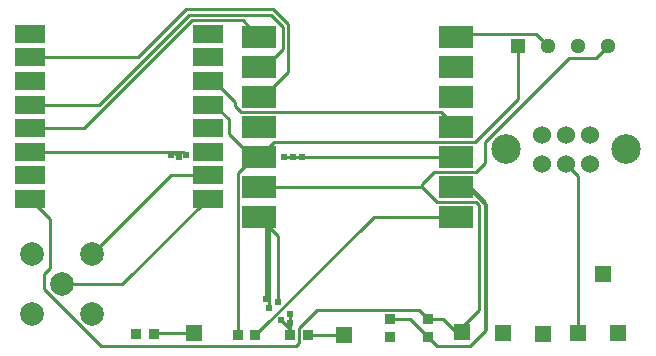
<source format=gtl>
G04 Layer: TopLayer*
G04 EasyEDA Pro v2.2.37.7, 2025-04-12 19:39:53*
G04 Gerber Generator version 0.3*
G04 Scale: 100 percent, Rotated: No, Reflected: No*
G04 Dimensions in millimeters*
G04 Leading zeros omitted, absolute positions, 4 integers and 5 decimals*
%FSLAX45Y45*%
%MOMM*%
%ADD10R,1.4X1.4*%
%ADD11R,0.80648X0.86401*%
%ADD12R,0.86401X0.80648*%
%ADD13C,1.2954*%
%ADD14R,1.2954X1.2954*%
%ADD15R,2.49999X1.5*%
%ADD16C,2.0*%
%ADD17R,2.99999X1.9*%
%ADD18C,1.524*%
%ADD19C,2.49999*%
%ADD20C,0.61*%
%ADD21C,0.254*%
G75*


G04 Pad Start*
G54D10*
G01X-6933844Y2051501D03*
G01X-6302845Y2051742D03*
G01X-5959945Y2055502D03*
G01X-6598945Y2043741D03*
G01X-9552643Y2051501D03*
G01X-6083300Y2552700D03*
G54D11*
G01X-9030564Y2032000D03*
G01X-9181236Y2032000D03*
G01X-8586064Y2032000D03*
G01X-8736736Y2032000D03*
G01X-9887735Y2047722D03*
G01X-10038408Y2047722D03*
G54D12*
G01X-7886700Y2170836D03*
G01X-7886700Y2020164D03*
G01X-7569200Y2170836D03*
G01X-7569200Y2020164D03*
G54D13*
G01X-6045200Y4483100D03*
G01X-6299200Y4483100D03*
G01X-6553200Y4483100D03*
G54D14*
G01X-6807200Y4483100D03*
G54D15*
G01X-10935398Y4586199D03*
G01X-10935398Y4386199D03*
G01X-10935398Y4186199D03*
G01X-10935398Y3986200D03*
G01X-10935398Y3786200D03*
G01X-10935398Y3586201D03*
G01X-10935398Y3386201D03*
G01X-10935398Y3186201D03*
G01X-9435401Y3186201D03*
G01X-9435401Y3386201D03*
G01X-9435401Y3586201D03*
G01X-9435401Y3786200D03*
G01X-9435401Y3986200D03*
G01X-9435401Y4186199D03*
G01X-9435401Y4386199D03*
G01X-9435401Y4586199D03*
G54D16*
G01X-10668000Y2463800D03*
G01X-10922000Y2717800D03*
G01X-10922000Y2209800D03*
G01X-10414000Y2209800D03*
G01X-10414000Y2717800D03*
G54D17*
G01X-7336102Y3035303D03*
G01X-7336102Y3289300D03*
G01X-7336102Y3543300D03*
G01X-7336102Y3797300D03*
G01X-7336102Y4051300D03*
G01X-7336102Y4305300D03*
G01X-7336102Y4559297D03*
G01X-8996096Y4559297D03*
G01X-8996096Y4305300D03*
G01X-8996096Y4051300D03*
G01X-8996096Y3797300D03*
G01X-8996096Y3543300D03*
G01X-8996096Y3289300D03*
G01X-8996096Y3035303D03*
G54D18*
G01X-6600795Y3731804D03*
G01X-6400795Y3731804D03*
G01X-6200795Y3731804D03*
G01X-6600795Y3481817D03*
G01X-6400795Y3481817D03*
G01X-6200795Y3481817D03*
G54D19*
G01X-6910802Y3606810D03*
G01X-5890788Y3606810D03*
G54D10*
G01X-8282643Y2035042D03*
G01X-7283343Y2060442D03*
G04 Pad End*

G04 Via Start*
G54D20*
G01X-8736736Y2209800D03*
G01X-8838336Y2311400D03*
G01X-9614598Y3560801D03*
G01X-8784298Y3543300D03*
G01X-8812936Y2159000D03*
G01X-8914536Y2260600D03*
G01X-9673298Y3543300D03*
G01X-8708098Y3543300D03*
G01X-8736736Y2133600D03*
G01X-8939936Y2336800D03*
G01X-9741598Y3560801D03*
G01X-8631898Y3543300D03*
G04 Via End*

G04 Track Start*
G54D21*
G01X-9883955Y2051501D02*
G01X-9887735Y2047722D01*
G01X-8586064Y2032000D02*
G01X-8285685Y2032000D01*
G01X-8282643Y2035042D01*
G01X-9435401Y3186201D02*
G01X-10157803Y2463800D01*
G01X-10668000Y2463800D01*
G01X-9435401Y3386201D02*
G01X-9745599Y3386201D01*
G01X-8838336Y2311400D02*
G01X-8838336Y2877543D01*
G01X-9181236Y3403600D02*
G01X-9054236Y3530600D01*
G01X-9008796Y3530600D02*
G01X-8996096Y3543300D01*
G01X-9054236Y3530600D02*
G01X-9257436Y3733800D01*
G01X-9257436Y3860800D01*
G01X-9382836Y3986200D02*
G01X-9435401Y3986200D01*
G01X-8996096Y3543300D02*
G01X-8869096Y3670300D01*
G01X-7167296Y3670300D01*
G01X-6807200Y4030396D02*
G01X-6807200Y4483100D01*
G01X-6302845Y3383867D02*
G01X-6400795Y3481817D01*
G01X-9435401Y4186199D02*
G01X-9384601Y4186199D01*
G01X-9206801Y4008399D01*
G01X-9206801Y3975100D02*
G01X-9156001Y3924300D01*
G01X-7463102Y3924300D02*
G01X-7336102Y3797300D01*
G01X-6553200Y4483100D02*
G01X-6654800Y4584700D01*
G01X-7310699Y4584700D02*
G01X-7336102Y4559297D01*
G01X-7569200Y2170836D02*
G01X-7442200Y2170836D01*
G01X-7292138Y2069236D02*
G01X-7283343Y2060442D01*
G01X-7315200Y2069236D02*
G01X-7137400Y2247036D01*
G01X-7137400Y3136036D02*
G01X-7162800Y3161436D01*
G01X-7493000Y3161436D01*
G01X-7620000Y3288436D01*
G01X-8995232Y3288436D02*
G01X-8996096Y3289300D01*
G01X-7620000Y3313836D02*
G01X-7518400Y3415436D01*
G01X-7162800Y3415436D01*
G01X-7086600Y3491636D01*
G01X-7086600Y3669436D01*
G01X-6375400Y4380636D01*
G01X-7569200Y2170836D02*
G01X-7645400Y2247036D01*
G01X-8509000Y2247036D01*
G01X-8661400Y2094636D01*
G01X-8686800Y1942236D02*
G01X-10337800Y1942236D01*
G01X-10820400Y2424836D01*
G01X-10820400Y2551836D02*
G01X-10769600Y2602636D01*
G01X-10769600Y3020403D01*
G01X-8027261Y3035303D02*
G01X-7336102Y3035303D01*
G01X-10935398Y4386199D02*
G01X-10020998Y4386199D01*
G01X-9614598Y4792599D01*
G01X-8877998Y4792599D01*
G01X-8750998Y4665599D01*
G01X-8750998Y4259199D01*
G01X-8954198Y4055999D01*
G01X-8991397Y4055999D01*
G01X-10935398Y3786200D02*
G01X-10478198Y3786200D01*
G01X-9563798Y4700600D01*
G01X-9137399Y4700600D02*
G01X-8996096Y4559297D01*
G01X-9639998Y3586201D02*
G01X-9614598Y3560801D01*
G01X-10935398Y3986200D02*
G01X-10351198Y3986200D01*
G01X-9589198Y4748200D01*
G01X-8894496Y4748200D02*
G01X-8792896Y4646600D01*
G01X-8792896Y4457700D01*
G01X-8945296Y4305300D01*
G01X-8996096Y4305300D01*
G01X-7886700Y2170836D02*
G01X-7719873Y2170836D01*
G01X-7569200Y2020164D01*
G01X-7082102Y2075462D02*
G01X-7082102Y3142262D01*
G01X-8736736Y2082800D02*
G01X-8812936Y2159000D01*
G01X-8914536Y2260600D02*
G01X-8914536Y2953743D01*
G01X-9716198Y3586201D02*
G01X-9673298Y3543300D01*
G01X-7493000Y1943964D02*
G01X-7213600Y1943964D01*
G01X-7086600Y3163164D02*
G01X-7212736Y3289300D01*
G01X-8838336Y2877543D02*
G01X-8914536Y2953743D01*
G01X-9716198Y3586201D02*
G01X-9639998Y3586201D01*
G01X-8784298Y3543300D02*
G01X-8708098Y3543300D01*
G01X-7086600Y2070964D02*
G01X-7082102Y2075462D01*
G01X-7082102Y3142262D02*
G01X-7086600Y3146760D01*
G01X-7229140Y3289300D01*
G01X-9552643Y2051501D02*
G01X-9883955Y2051501D01*
G01X-9745599Y3386201D02*
G01X-10414000Y2717800D01*
G01X-8939936Y2336800D02*
G01X-8939936Y2979143D01*
G01X-9181236Y2032000D02*
G01X-9181236Y3403600D01*
G01X-9054236Y3530600D02*
G01X-9008796Y3530600D01*
G01X-9257436Y3860800D02*
G01X-9382836Y3986200D01*
G01X-7167296Y3670300D02*
G01X-6807200Y4030396D01*
G01X-6302845Y2051742D02*
G01X-6302845Y3383867D01*
G01X-9206801Y4008399D02*
G01X-9206801Y3975100D01*
G01X-9156001Y3924300D02*
G01X-7463102Y3924300D01*
G01X-6654800Y4584700D02*
G01X-7310699Y4584700D01*
G01X-7442200Y2170836D02*
G01X-7340600Y2069236D01*
G01X-7137400Y2247036D02*
G01X-7137400Y3136036D01*
G01X-7620000Y3288436D02*
G01X-8995232Y3288436D01*
G01X-7620000Y3288436D02*
G01X-7620000Y3313836D01*
G01X-6375400Y4380636D02*
G01X-6147664Y4380636D01*
G01X-6045200Y4483100D01*
G01X-8661400Y2094636D02*
G01X-8661400Y1967636D01*
G01X-8686800Y1942236D01*
G01X-10820400Y2424836D02*
G01X-10820400Y2551836D01*
G01X-10769600Y3020403D02*
G01X-10935398Y3186201D01*
G01X-9030564Y2032000D02*
G01X-8027261Y3035303D01*
G01X-8991397Y4055999D02*
G01X-8996096Y4051300D01*
G01X-9563798Y4700600D02*
G01X-9137399Y4700600D01*
G01X-9766998Y3586201D02*
G01X-9741598Y3560801D01*
G01X-9589198Y4748200D02*
G01X-8894496Y4748200D01*
G01X-8736736Y2032000D02*
G01X-8736736Y2082800D01*
G01X-8736736Y2133600D01*
G01X-8736736Y2209800D01*
G01X-8914536Y2953743D02*
G01X-8939936Y2979143D01*
G01X-8996096Y3035303D01*
G01X-7340600Y2069236D02*
G01X-7315200Y2069236D01*
G01X-7292138Y2069236D01*
G01X-10935398Y3586201D02*
G01X-9766998Y3586201D01*
G01X-9716198Y3586201D01*
G01X-8708098Y3543300D02*
G01X-8631898Y3543300D01*
G01X-7336102Y3543300D01*
G01X-7497498Y1943964D02*
G01X-7493000Y1943964D01*
G01X-7213600Y1943964D02*
G01X-7209102Y1943964D01*
G01X-7086600Y2070964D02*
G01X-7086600Y3146760D01*
G01X-7086600Y3163164D01*
G01X-7212736Y3289300D02*
G01X-7229140Y3289300D01*
G01X-7336102Y3289300D01*
G01X-7569200Y2020164D02*
G01X-7493000Y1943964D01*
G01X-7213600Y1943964D02*
G01X-7086600Y2070964D01*
G04 Track End*

M02*


</source>
